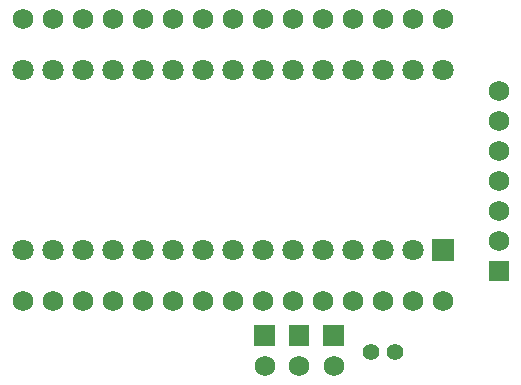
<source format=gbs>
G04 Layer: BottomSolderMaskLayer*
G04 EasyEDA v6.4.19.4, 2021-04-27T12:02:32+05:30*
G04 545d4b8ce55c4096bfffc31d6a5384ca,10*
G04 Gerber Generator version 0.2*
G04 Scale: 100 percent, Rotated: No, Reflected: No *
G04 Dimensions in millimeters *
G04 leading zeros omitted , absolute positions ,4 integer and 5 decimal *
%FSLAX45Y45*%
%MOMM*%

%ADD19R,1.7272X1.7272*%
%ADD20C,1.7272*%
%ADD21C,1.4016*%
%ADD23C,1.8032*%

%LPD*%
D19*
G01*
X5092700Y3403600D03*
D20*
G01*
X5092700Y3657600D03*
G01*
X5092700Y3911600D03*
G01*
X5092700Y4165600D03*
G01*
X5092700Y4419600D03*
G01*
X5092700Y4673600D03*
G01*
X5092700Y4927600D03*
D21*
G01*
X4014800Y2717800D03*
G01*
X4214799Y2717800D03*
G36*
X3025140Y2771139D02*
G01*
X3025140Y2943860D01*
X3197859Y2943860D01*
X3197859Y2771139D01*
G37*
D20*
G01*
X3111500Y2603500D03*
G36*
X3609340Y2771139D02*
G01*
X3609340Y2943860D01*
X3782059Y2943860D01*
X3782059Y2771139D01*
G37*
G01*
X3695700Y2603500D03*
G36*
X3317240Y2771139D02*
G01*
X3317240Y2943860D01*
X3489959Y2943860D01*
X3489959Y2771139D01*
G37*
G01*
X3403600Y2603500D03*
G36*
X4532629Y3491229D02*
G01*
X4532629Y3671570D01*
X4712970Y3671570D01*
X4712970Y3491229D01*
G37*
D23*
G01*
X4368800Y3581400D03*
G01*
X4114800Y3581400D03*
G01*
X3860800Y3581400D03*
G01*
X3606800Y3581400D03*
G01*
X3352800Y3581400D03*
G01*
X3098800Y3581400D03*
G01*
X2844800Y3581400D03*
G01*
X2590800Y3581400D03*
G01*
X2336800Y3581400D03*
G01*
X2082800Y3581400D03*
G01*
X1828800Y3581400D03*
G01*
X1574800Y3581400D03*
G01*
X1320800Y3581400D03*
G01*
X1066800Y3581400D03*
G01*
X1066800Y5105400D03*
G01*
X1320800Y5105400D03*
G01*
X1574800Y5105400D03*
G01*
X1828800Y5105400D03*
G01*
X2082800Y5105400D03*
G01*
X2336800Y5105400D03*
G01*
X2590800Y5105400D03*
G01*
X2844800Y5105400D03*
G01*
X3098800Y5105400D03*
G01*
X3352800Y5105400D03*
G01*
X3606800Y5105400D03*
G01*
X3860800Y5105400D03*
G01*
X4114800Y5105400D03*
G01*
X4368800Y5105400D03*
G01*
X4622800Y5105400D03*
D20*
G01*
X1067028Y5537428D03*
G01*
X1321028Y5537428D03*
G01*
X1575028Y5537428D03*
G01*
X1829028Y5537428D03*
G01*
X2083028Y5537428D03*
G01*
X2337028Y5537428D03*
G01*
X2591028Y5537428D03*
G01*
X2845028Y5537428D03*
G01*
X3099028Y5537428D03*
G01*
X3353028Y5537428D03*
G01*
X3607028Y5537428D03*
G01*
X3861028Y5537428D03*
G01*
X4115028Y5537428D03*
G01*
X4369028Y5537428D03*
G01*
X4623028Y5537428D03*
G01*
X4622571Y3149371D03*
G01*
X4368571Y3149371D03*
G01*
X4114571Y3149371D03*
G01*
X3860571Y3149371D03*
G01*
X3606571Y3149371D03*
G01*
X3352571Y3149371D03*
G01*
X3098571Y3149371D03*
G01*
X2844571Y3149371D03*
G01*
X2590571Y3149371D03*
G01*
X2336571Y3149371D03*
G01*
X2082571Y3149371D03*
G01*
X1828571Y3149371D03*
G01*
X1574571Y3149371D03*
G01*
X1320571Y3149371D03*
G01*
X1066571Y3149371D03*
M02*

</source>
